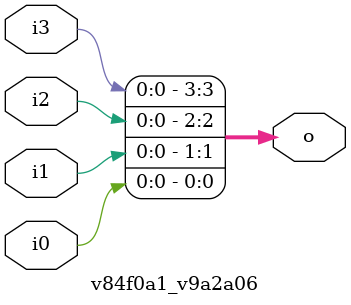
<source format=v>
module v84f0a1_v9a2a06 (
 input i3,
 input i2,
 input i1,
 input i0,
 output [3:0] o
);
 assign o = {i3, i2, i1, i0};
endmodule
</source>
